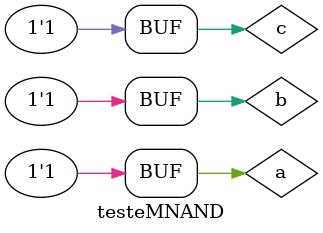
<source format=v>


   module  Exercicio04(s5, a, b, c);
	output s5;
	input a, b, c;
	assign s5 = ~(a & b & c);
	
   endmodule

   module testeMNAND;
	reg a, b, c;
	wire s1, s2, s3, s4,s5;

	Exercicio04 MNAND1 (s1, a, a, a);
	Exercicio04 MNAND2 (s2, b, b, b);
	Exercicio04 MNAND3 (s3, c, c, c);
	Exercicio04 MNAND4 (s4, s1, s2, s3);
   Exercicio04 MNAND5 (s5, s4, s4, s4);

	initial begin
		a = 0;b = 0;c = 0;
	end

	initial begin

   #1 $display (" Larissa Fernandes Leijoto - 410476 ");
   #1 $display ("~( a | b | c  )= s4 ");
	
	$monitor (" %b | %b | %b = %b ", a,b,c,s5);
	   #1 a=0;b=0;c=1;
      #1 a=0;b=1;c=0;
      #1 a=0;b=1;c=1;
		#1 a=1;b=0;c=0;
		#1 a=1;b=0;c=1;
		#1 a=1;b=1;c=0;
		#1 a=1;b=1;c=1;
	end	
endmodule

</source>
